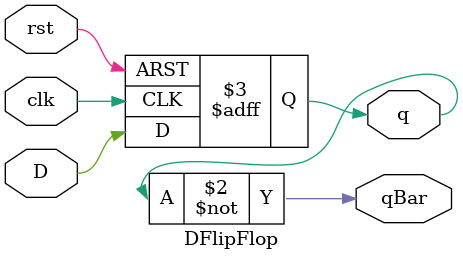
<source format=v>
module DFlipFlop(q, qBar, D, clk, rst);
	input D, clk, rst;
	output q, qBar;
	reg q;
	not n1 (qBar, q);
	always@ (posedge rst or posedge clk)
		begin
			if(rst)
				q = 0;
			else
				q = D;
		end
endmodule 
</source>
